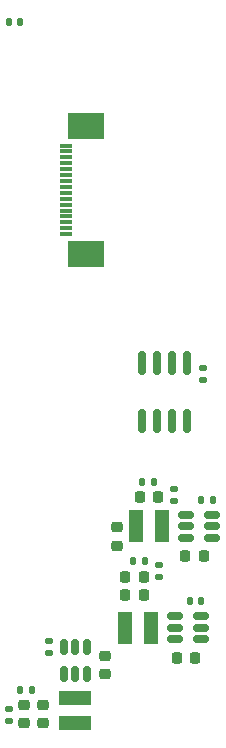
<source format=gbr>
%TF.GenerationSoftware,KiCad,Pcbnew,(6.0.4)*%
%TF.CreationDate,2023-05-30T00:11:29+09:00*%
%TF.ProjectId,BajieHeader,42616a69-6548-4656-9164-65722e6b6963,rev?*%
%TF.SameCoordinates,Original*%
%TF.FileFunction,Paste,Top*%
%TF.FilePolarity,Positive*%
%FSLAX46Y46*%
G04 Gerber Fmt 4.6, Leading zero omitted, Abs format (unit mm)*
G04 Created by KiCad (PCBNEW (6.0.4)) date 2023-05-30 00:11:29*
%MOMM*%
%LPD*%
G01*
G04 APERTURE LIST*
G04 Aperture macros list*
%AMRoundRect*
0 Rectangle with rounded corners*
0 $1 Rounding radius*
0 $2 $3 $4 $5 $6 $7 $8 $9 X,Y pos of 4 corners*
0 Add a 4 corners polygon primitive as box body*
4,1,4,$2,$3,$4,$5,$6,$7,$8,$9,$2,$3,0*
0 Add four circle primitives for the rounded corners*
1,1,$1+$1,$2,$3*
1,1,$1+$1,$4,$5*
1,1,$1+$1,$6,$7*
1,1,$1+$1,$8,$9*
0 Add four rect primitives between the rounded corners*
20,1,$1+$1,$2,$3,$4,$5,0*
20,1,$1+$1,$4,$5,$6,$7,0*
20,1,$1+$1,$6,$7,$8,$9,0*
20,1,$1+$1,$8,$9,$2,$3,0*%
G04 Aperture macros list end*
%ADD10RoundRect,0.140000X-0.140000X-0.170000X0.140000X-0.170000X0.140000X0.170000X-0.140000X0.170000X0*%
%ADD11RoundRect,0.135000X-0.135000X-0.185000X0.135000X-0.185000X0.135000X0.185000X-0.135000X0.185000X0*%
%ADD12RoundRect,0.225000X-0.250000X0.225000X-0.250000X-0.225000X0.250000X-0.225000X0.250000X0.225000X0*%
%ADD13RoundRect,0.140000X0.170000X-0.140000X0.170000X0.140000X-0.170000X0.140000X-0.170000X-0.140000X0*%
%ADD14RoundRect,0.150000X-0.512500X-0.150000X0.512500X-0.150000X0.512500X0.150000X-0.512500X0.150000X0*%
%ADD15RoundRect,0.150000X0.150000X-0.512500X0.150000X0.512500X-0.150000X0.512500X-0.150000X-0.512500X0*%
%ADD16RoundRect,0.225000X0.225000X0.250000X-0.225000X0.250000X-0.225000X-0.250000X0.225000X-0.250000X0*%
%ADD17RoundRect,0.135000X-0.185000X0.135000X-0.185000X-0.135000X0.185000X-0.135000X0.185000X0.135000X0*%
%ADD18RoundRect,0.140000X0.140000X0.170000X-0.140000X0.170000X-0.140000X-0.170000X0.140000X-0.170000X0*%
%ADD19R,2.800000X1.175000*%
%ADD20R,1.175000X2.800000*%
%ADD21RoundRect,0.135000X0.185000X-0.135000X0.185000X0.135000X-0.185000X0.135000X-0.185000X-0.135000X0*%
%ADD22RoundRect,0.150000X-0.150000X0.825000X-0.150000X-0.825000X0.150000X-0.825000X0.150000X0.825000X0*%
%ADD23R,1.100000X0.300000*%
%ADD24R,3.100000X2.300000*%
G04 APERTURE END LIST*
D10*
%TO.C,C15*%
X99926200Y-99898200D03*
X100886200Y-99898200D03*
%TD*%
D11*
%TO.C,R3*%
X94130400Y-105105200D03*
X95150400Y-105105200D03*
%TD*%
D12*
%TO.C,C16*%
X92786200Y-102222000D03*
X92786200Y-103772000D03*
%TD*%
D13*
%TO.C,C6*%
X87020401Y-112851599D03*
X87020401Y-111891599D03*
%TD*%
D14*
%TO.C,U2*%
X97668500Y-109768600D03*
X97668500Y-110718600D03*
X97668500Y-111668600D03*
X99943500Y-111668600D03*
X99943500Y-110718600D03*
X99943500Y-109768600D03*
%TD*%
D15*
%TO.C,U1*%
X88331000Y-114652100D03*
X89281000Y-114652100D03*
X90231000Y-114652100D03*
X90231000Y-112377100D03*
X89281000Y-112377100D03*
X88331000Y-112377100D03*
%TD*%
D10*
%TO.C,C7*%
X98961000Y-108458000D03*
X99921000Y-108458000D03*
%TD*%
D12*
%TO.C,C4*%
X91795600Y-113093200D03*
X91795600Y-114643200D03*
%TD*%
D16*
%TO.C,C17*%
X96304400Y-99669600D03*
X94754400Y-99669600D03*
%TD*%
D11*
%TO.C,R5*%
X94943200Y-98374200D03*
X95963200Y-98374200D03*
%TD*%
D17*
%TO.C,R6*%
X97586800Y-98956400D03*
X97586800Y-99976400D03*
%TD*%
D16*
%TO.C,C3*%
X100139800Y-104698800D03*
X98589800Y-104698800D03*
%TD*%
D17*
%TO.C,R4*%
X96316800Y-105382600D03*
X96316800Y-106402600D03*
%TD*%
D12*
%TO.C,C11*%
X84963001Y-117260799D03*
X84963001Y-118810799D03*
%TD*%
D11*
%TO.C,R2*%
X84580000Y-116001800D03*
X85600000Y-116001800D03*
%TD*%
D13*
%TO.C,C8*%
X100076000Y-89735600D03*
X100076000Y-88775600D03*
%TD*%
D14*
%TO.C,U4*%
X98608300Y-101208800D03*
X98608300Y-102158800D03*
X98608300Y-103108800D03*
X100883300Y-103108800D03*
X100883300Y-102158800D03*
X100883300Y-101208800D03*
%TD*%
D18*
%TO.C,C14*%
X84604800Y-59410600D03*
X83644800Y-59410600D03*
%TD*%
D16*
%TO.C,C5*%
X99403200Y-113258600D03*
X97853200Y-113258600D03*
%TD*%
D19*
%TO.C,L1*%
X89281000Y-116643500D03*
X89281000Y-118818500D03*
%TD*%
D16*
%TO.C,C12*%
X95059801Y-106400599D03*
X93509801Y-106400599D03*
%TD*%
D20*
%TO.C,L3*%
X96616900Y-102158800D03*
X94441900Y-102158800D03*
%TD*%
D16*
%TO.C,C10*%
X95059801Y-107950000D03*
X93509801Y-107950000D03*
%TD*%
D21*
%TO.C,R1*%
X83667600Y-118621999D03*
X83667600Y-117601999D03*
%TD*%
D12*
%TO.C,C9*%
X86512400Y-117260799D03*
X86512400Y-118810799D03*
%TD*%
D20*
%TO.C,L2*%
X95677100Y-110718600D03*
X93502100Y-110718600D03*
%TD*%
D22*
%TO.C,U3*%
X98729800Y-88279200D03*
X97459800Y-88279200D03*
X96189800Y-88279200D03*
X94919800Y-88279200D03*
X94919800Y-93229200D03*
X96189800Y-93229200D03*
X97459800Y-93229200D03*
X98729800Y-93229200D03*
%TD*%
D23*
%TO.C,J2*%
X88439000Y-77410000D03*
X88439000Y-76910000D03*
X88439000Y-76410000D03*
X88439000Y-75910000D03*
X88439000Y-75410000D03*
X88439000Y-74910000D03*
X88439000Y-74410000D03*
X88439000Y-73910000D03*
X88439000Y-73410000D03*
X88439000Y-72910000D03*
X88439000Y-72410000D03*
X88439000Y-71910000D03*
X88439000Y-71410000D03*
X88439000Y-70910000D03*
X88439000Y-70410000D03*
X88439000Y-69910000D03*
D24*
X90139000Y-79080000D03*
X90139000Y-68240000D03*
%TD*%
M02*

</source>
